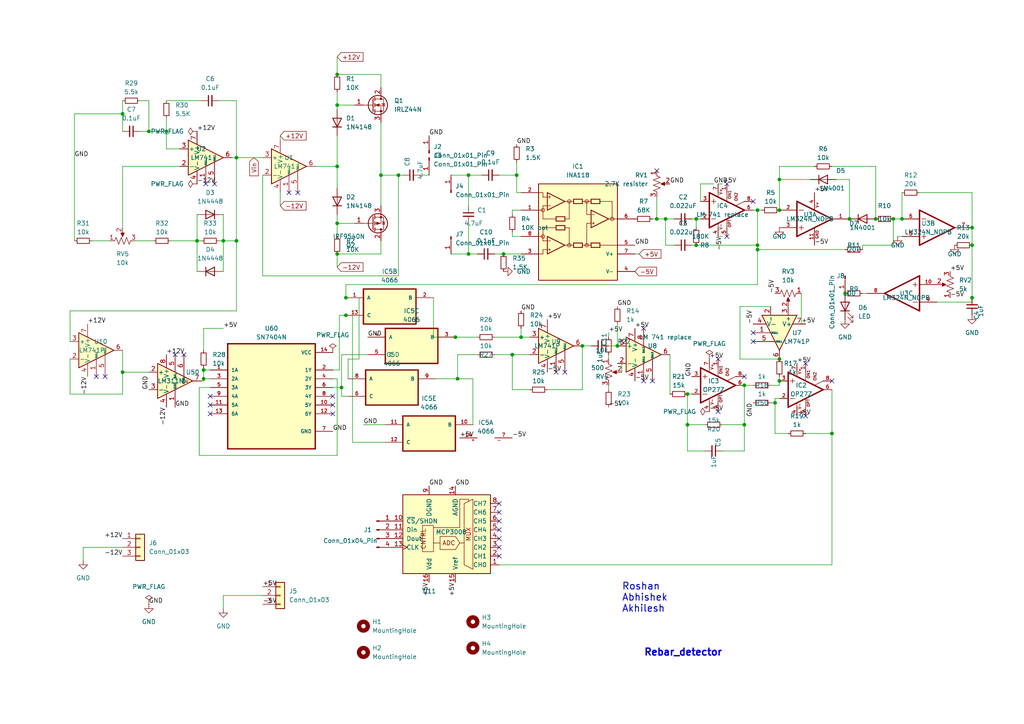
<source format=kicad_sch>
(kicad_sch (version 20230121) (generator eeschema)
  (paper "A4")
  (lib_symbols
    (symbol "4066N:4066" (pin_names (offset 1.016))
      (property "Reference" "IC" (at -0.635 0 90))
      (property "Value" "4066" (at 0 0 0))
      (symbol "4066_1_0"
        (text "+" (at -0.635 3.81 0) (effects (font (size 0.8128 0.8128))))
        (text "-" (at -0.635 -3.81 900) (effects (font (size 0.8128 0.8128))))
        (pin power_in line (at 0 7.62 270) (length 5.08) (name "~") (number "14"))
        (pin power_in line (at 0 -7.62 90) (length 5.08) (name "~") (number "7"))
      )
      (symbol "4066_2_0"
        (pin tri_state line (at -12.7 2.54 0) (length 5.08) (name "A") (number "1"))
        (pin input line (at -12.7 -2.54 0) (length 5.08) (name "C") (number "13"))
        (pin tri_state line (at 12.7 2.54 180) (length 5.08) (name "B") (number "2"))
      )
      (symbol "4066_3_0"
        (pin tri_state line (at 12.7 2.54 180) (length 5.08) (name "B") (number "3"))
        (pin tri_state line (at -12.7 2.54 0) (length 5.08) (name "A") (number "4"))
        (pin input line (at -12.7 -2.54 0) (length 5.08) (name "C") (number "5"))
      )
      (symbol "4066_4_0"
        (pin input line (at -12.7 -2.54 0) (length 5.08) (name "C") (number "6"))
        (pin tri_state line (at -12.7 2.54 0) (length 5.08) (name "A") (number "8"))
        (pin tri_state line (at 12.7 2.54 180) (length 5.08) (name "B") (number "9"))
      )
      (symbol "4066_5_0"
        (pin tri_state line (at 12.7 2.54 180) (length 5.08) (name "B") (number "10"))
        (pin tri_state line (at -12.7 2.54 0) (length 5.08) (name "A") (number "11"))
        (pin input line (at -12.7 -2.54 0) (length 5.08) (name "C") (number "12"))
      )
    )
    (symbol "Amplifier_Operational:LM318N" (pin_names (offset 0.127))
      (property "Reference" "U" (at 3.81 3.81 0))
      (property "Value" "LM318N" (at 3.81 -3.81 0))
      (symbol "LM318N_1_1"
        (pin passive line (at 0 -7.62 90) (length 5.08) (name "BAL1") (number "1"))
        (pin input line (at -7.62 -2.54 0) (length 2.54) (name "-") (number "2"))
        (pin input line (at -7.62 2.54 0) (length 2.54) (name "+") (number "3"))
        (pin power_in line (at -2.54 -7.62 90) (length 3.81) (name "V-") (number "4"))
        (pin passive line (at 2.54 -7.62 90) (length 6.35) (name "BAL3") (number "5"))
        (pin output line (at 7.62 0 180) (length 2.54) (name "~") (number "6"))
        (pin power_in line (at -2.54 7.62 270) (length 3.81) (name "V+") (number "7"))
        (pin passive line (at 0 7.62 270) (length 5.08) (name "BAL2") (number "8"))
      )
    )
    (symbol "Amplifier_Operational:LM741" (pin_names (offset 0.127))
      (property "Reference" "U" (at 0 6.35 0))
      (property "Value" "LM741" (at 0 3.81 0))
      (symbol "LM741_1_1"
        (pin input line (at 0 -7.62 90) (length 5.08) (name "NULL") (number "1"))
        (pin input line (at -7.62 -2.54 0) (length 2.54) (name "-") (number "2"))
        (pin input line (at -7.62 2.54 0) (length 2.54) (name "+") (number "3"))
        (pin power_in line (at -2.54 -7.62 90) (length 3.81) (name "V-") (number "4"))
        (pin input line (at 2.54 -7.62 90) (length 6.35) (name "NULL") (number "5"))
        (pin output line (at 7.62 0 180) (length 2.54) (name "~") (number "6"))
        (pin power_in line (at -2.54 7.62 270) (length 3.81) (name "V+") (number "7"))
        (pin no_connect line (at 0 2.54 270) (length 2.54) hide (name "NC") (number "8"))
      )
    )
    (symbol "Analog_ADC:MCP3008" (pin_names (offset 1.016))
      (property "Reference" "U" (at -5.08 13.335 0))
      (property "Value" "MCP3008" (at -5.08 11.43 0))
      (symbol "MCP3008_0_0"
        (text "ADC" (at -0.635 1.27 0) (effects (font (size 1.27 1.27))))
        (text "CNTRL" (at 5.969 -2.921 900) (effects (font (size 1.27 1.27)) (justify left bottom)))
        (text "MUX" (at -6.35 -1.27 900) (effects (font (size 1.27 1.27))))
      )
      (symbol "MCP3008_1_1"
        (pin input line (at -15.24 7.62 0) (length 2.54) (name "CH0") (number "1"))
        (pin input line (at 15.24 -5.08 180) (length 2.54) (name "~{CS}/SHDN") (number "10"))
        (pin input line (at 15.24 -2.54 180) (length 2.54) (name "Din") (number "11"))
        (pin output line (at 15.24 0 180) (length 2.54) (name "Dout") (number "12"))
        (pin input clock (at 15.24 2.54 180) (length 2.54) (name "CLK") (number "13"))
        (pin power_in line (at -2.54 -15.24 90) (length 2.54) (name "AGND") (number "14"))
        (pin power_in line (at -2.54 12.7 270) (length 2.54) (name "Vref") (number "15"))
        (pin power_in line (at 5.08 12.7 270) (length 2.54) (name "Vdd") (number "16"))
        (pin input line (at -15.24 5.08 0) (length 2.54) (name "CH1") (number "2"))
        (pin input line (at -15.24 2.54 0) (length 2.54) (name "CH2") (number "3"))
        (pin input line (at -15.24 0 0) (length 2.54) (name "CH3") (number "4"))
        (pin input line (at -15.24 -2.54 0) (length 2.54) (name "CH4") (number "5"))
        (pin input line (at -15.24 -5.08 0) (length 2.54) (name "CH5") (number "6"))
        (pin input line (at -15.24 -7.62 0) (length 2.54) (name "CH6") (number "7"))
        (pin input line (at -15.24 -10.16 0) (length 2.54) (name "CH7") (number "8"))
        (pin power_in line (at 5.08 -15.24 90) (length 2.54) (name "DGND") (number "9"))
      )
    )
    (symbol "Comparator:LM311" (pin_names (offset 0.127))
      (property "Reference" "U" (at 3.81 6.35 0))
      (property "Value" "LM311" (at 3.81 3.81 0))
      (symbol "LM311_1_1"
        (pin passive line (at 0 -7.62 90) (length 5.08) (name "GND") (number "1"))
        (pin input line (at -7.62 2.54 0) (length 2.54) (name "+") (number "2"))
        (pin input line (at -7.62 -2.54 0) (length 2.54) (name "-") (number "3"))
        (pin power_in line (at -2.54 -7.62 90) (length 3.81) (name "V-") (number "4"))
        (pin input line (at 0 7.62 270) (length 5.08) (name "BAL") (number "5"))
        (pin input line (at 2.54 7.62 270) (length 6.35) (name "STRB") (number "6"))
        (pin open_collector line (at 7.62 0 180) (length 2.54) (name "~") (number "7"))
        (pin power_in line (at -2.54 7.62 270) (length 3.81) (name "V+") (number "8"))
      )
    )
    (symbol "Connector:Conn_01x01_Pin" (pin_names (offset 1.016) hide)
      (property "Reference" "J" (at 0 2.54 0))
      (property "Value" "Conn_01x01_Pin" (at 0 -2.54 0))
      (symbol "Conn_01x01_Pin_1_1"
        (pin passive line (at 5.08 0 180) (length 3.81) (name "Pin_1") (number "1"))
      )
    )
    (symbol "Connector:Conn_01x04_Pin" (pin_names (offset 1.016) hide)
      (property "Reference" "J" (at 0 5.08 0))
      (property "Value" "Conn_01x04_Pin" (at 0 -7.62 0))
      (symbol "Conn_01x04_Pin_1_1"
        (pin passive line (at 5.08 2.54 180) (length 3.81) (name "Pin_1") (number "1"))
        (pin passive line (at 5.08 0 180) (length 3.81) (name "Pin_2") (number "2"))
        (pin passive line (at 5.08 -2.54 180) (length 3.81) (name "Pin_3") (number "3"))
        (pin passive line (at 5.08 -5.08 180) (length 3.81) (name "Pin_4") (number "4"))
      )
    )
    (symbol "Connector_Generic:Conn_01x03" (pin_names (offset 1.016) hide)
      (property "Reference" "J" (at 0 5.08 0))
      (property "Value" "Conn_01x03" (at 0 -5.08 0))
      (symbol "Conn_01x03_1_1"
        (pin passive line (at -5.08 2.54 0) (length 3.81) (name "Pin_1") (number "1"))
        (pin passive line (at -5.08 0 0) (length 3.81) (name "Pin_2") (number "2"))
        (pin passive line (at -5.08 -2.54 0) (length 3.81) (name "Pin_3") (number "3"))
      )
    )
    (symbol "Device:C_Small" (pin_numbers hide) (pin_names (offset 0.254) hide)
      (property "Reference" "C" (at 0.254 1.778 0))
      (property "Value" "C_Small" (at 0.254 -2.032 0))
      (symbol "C_Small_1_1"
        (pin passive line (at 0 2.54 270) (length 2.032) (name "~") (number "1"))
        (pin passive line (at 0 -2.54 90) (length 2.032) (name "~") (number "2"))
      )
    )
    (symbol "Device:LED" (pin_numbers hide) (pin_names (offset 1.016) hide)
      (property "Reference" "D" (at 0 2.54 0))
      (property "Value" "LED" (at 0 -2.54 0))
      (symbol "LED_1_1"
        (pin passive line (at -3.81 0 0) (length 2.54) (name "K") (number "1"))
        (pin passive line (at 3.81 0 180) (length 2.54) (name "A") (number "2"))
      )
    )
    (symbol "Device:R_Potentiometer_US" (pin_names (offset 1.016) hide)
      (property "Reference" "RV" (at -4.445 0 90))
      (property "Value" "R_Potentiometer_US" (at -2.54 0 90))
      (symbol "R_Potentiometer_US_1_1"
        (pin passive line (at 0 3.81 270) (length 1.27) (name "1") (number "1"))
        (pin passive line (at 3.81 0 180) (length 1.27) (name "2") (number "2"))
        (pin passive line (at 0 -3.81 90) (length 1.27) (name "3") (number "3"))
      )
    )
    (symbol "Device:R_Small" (pin_numbers hide) (pin_names (offset 0.254) hide)
      (property "Reference" "R" (at 0.762 0.508 0))
      (property "Value" "R_Small" (at 0.762 -1.016 0))
      (symbol "R_Small_1_1"
        (pin passive line (at 0 2.54 270) (length 0.762) (name "~") (number "1"))
        (pin passive line (at 0 -2.54 90) (length 0.762) (name "~") (number "2"))
      )
    )
    (symbol "Diode:1N4001" (pin_numbers hide) (pin_names hide)
      (property "Reference" "D" (at 0 2.54 0))
      (property "Value" "1N4001" (at 0 -2.54 0))
      (symbol "1N4001_1_1"
        (pin passive line (at -3.81 0 0) (length 2.54) (name "K") (number "1"))
        (pin passive line (at 3.81 0 180) (length 2.54) (name "A") (number "2"))
      )
    )
    (symbol "Diode:1N4148" (pin_numbers hide) (pin_names hide)
      (property "Reference" "D" (at 0 2.54 0))
      (property "Value" "1N4148" (at 0 -2.54 0))
      (symbol "1N4148_1_1"
        (pin passive line (at -3.81 0 0) (length 2.54) (name "K") (number "1"))
        (pin passive line (at 3.81 0 180) (length 2.54) (name "A") (number "2"))
      )
    )
    (symbol "Diode:1N4448" (pin_numbers hide) (pin_names hide)
      (property "Reference" "D" (at 0 2.54 0))
      (property "Value" "1N4448" (at 0 -2.54 0))
      (symbol "1N4448_1_1"
        (pin passive line (at -3.81 0 0) (length 2.54) (name "K") (number "1"))
        (pin passive line (at 3.81 0 180) (length 2.54) (name "A") (number "2"))
      )
    )
    (symbol "INA118:INA118" (pin_names (offset 1.016))
      (property "Reference" "IC" (at -12.7254 15.9004 0))
      (property "Value" "INA118" (at -12.7254 -15.2654 0))
      (symbol "INA118_0_0"
        (pin passive line (at -17.78 7.62 0) (length 5.08) (name "~") (number "1"))
        (pin input line (at -17.78 12.7 0) (length 5.08) (name "~") (number "2"))
        (pin input line (at -17.78 -5.08 0) (length 5.08) (name "~") (number "3"))
        (pin power_in line (at 15.24 -10.16 180) (length 5.08) (name "V-") (number "4"))
        (pin passive line (at 15.24 -2.54 180) (length 5.08) (name "~") (number "5"))
        (pin output line (at 15.24 5.08 180) (length 5.08) (name "~") (number "6"))
        (pin power_in line (at 15.24 -5.08 180) (length 5.08) (name "V+") (number "7"))
        (pin passive line (at -17.78 0 0) (length 5.08) (name "~") (number "8"))
      )
    )
    (symbol "LM324N_NOPB:LM324N_NOPB" (pin_names (offset 1.016))
      (property "Reference" "U" (at 2.54 3.175 0))
      (property "Value" "LM324N_NOPB" (at 2.54 -3.175 0))
      (symbol "LM324N_NOPB_1_0"
        (text "GND" (at 1.27 -3.175 900) (effects (font (size 0.8128 0.8128)) (justify right bottom)))
        (text "V+" (at 1.27 3.175 900) (effects (font (size 0.8128 0.8128)) (justify left bottom)))
        (pin output line (at 10.16 0 180) (length 5.08) (name "~") (number "1"))
        (pin power_in line (at 0 -7.62 90) (length 5.08) (name "~") (number "11"))
        (pin input line (at -10.16 2.54 0) (length 5.08) (name "~") (number "2"))
        (pin input line (at -10.16 -2.54 0) (length 5.08) (name "~") (number "3"))
        (pin power_in line (at 0 7.62 270) (length 5.08) (name "~") (number "4"))
      )
      (symbol "LM324N_NOPB_2_0"
        (pin input line (at -10.16 -2.54 0) (length 5.08) (name "~") (number "5"))
        (pin input line (at -10.16 2.54 0) (length 5.08) (name "~") (number "6"))
        (pin output line (at 10.16 0 180) (length 5.08) (name "~") (number "7"))
      )
      (symbol "LM324N_NOPB_3_0"
        (pin input line (at -10.16 -2.54 0) (length 5.08) (name "~") (number "10"))
        (pin output line (at 10.16 0 180) (length 5.08) (name "~") (number "8"))
        (pin input line (at -10.16 2.54 0) (length 5.08) (name "~") (number "9"))
      )
      (symbol "LM324N_NOPB_4_0"
        (pin input line (at -10.16 -2.54 0) (length 5.08) (name "~") (number "12"))
        (pin input line (at -10.16 2.54 0) (length 5.08) (name "~") (number "13"))
        (pin output line (at 10.16 0 180) (length 5.08) (name "~") (number "14"))
      )
    )
    (symbol "Mechanical:MountingHole" (pin_names (offset 1.016))
      (property "Reference" "H" (at 0 5.08 0))
      (property "Value" "MountingHole" (at 0 3.175 0))
    )
    (symbol "OP27:OP27" (pin_names (offset 1.016))
      (property "Reference" "IC" (at 2.54 5.715 0))
      (property "Value" "OP27" (at 2.54 -5.08 0))
      (symbol "OP27_0_0"
        (text "ON1" (at 1.27 3.175 900) (effects (font (size 0.8128 0.8128)) (justify left bottom)))
        (text "ON2" (at 3.175 2.54 900) (effects (font (size 0.8128 0.8128)) (justify left bottom)))
        (text "OPT" (at 1.27 -5.08 900) (effects (font (size 0.8128 0.8128)) (justify left bottom)))
        (text "V+" (at -1.27 4.445 900) (effects (font (size 0.8128 0.8128)) (justify left bottom)))
        (text "V-" (at -1.27 -5.715 900) (effects (font (size 0.8128 0.8128)) (justify left bottom)))
        (pin passive line (at 0 7.62 270) (length 2.54) (name "~") (number "1"))
        (pin input line (at -7.62 -2.54 0) (length 2.54) (name "~") (number "2"))
        (pin input line (at -7.62 2.54 0) (length 2.54) (name "~") (number "3"))
        (pin power_in line (at -2.54 -7.62 90) (length 2.54) (name "~") (number "4"))
        (pin passive line (at 0 -7.62 90) (length 2.54) (name "~") (number "5"))
        (pin output line (at 7.62 0 180) (length 2.54) (name "~") (number "6"))
        (pin power_in line (at -2.54 7.62 270) (length 2.54) (name "~") (number "7"))
        (pin passive line (at 7.62 2.54 180) (length 2.54) (name "~") (number "8"))
      )
    )
    (symbol "SN7404N:SN7404N" (pin_names (offset 1.016))
      (property "Reference" "U" (at -12.7 16.24 0))
      (property "Value" "SN7404N" (at -12.7 -19.24 0))
      (symbol "SN7404N_0_0"
        (pin input line (at -17.78 7.62 0) (length 5.08) (name "1A") (number "1"))
        (pin output line (at 17.78 -2.54 180) (length 5.08) (name "5Y") (number "10"))
        (pin input line (at -17.78 -2.54 0) (length 5.08) (name "5A") (number "11"))
        (pin output line (at 17.78 -5.08 180) (length 5.08) (name "6Y") (number "12"))
        (pin input line (at -17.78 -5.08 0) (length 5.08) (name "6A") (number "13"))
        (pin power_in line (at 17.78 12.7 180) (length 5.08) (name "VCC") (number "14"))
        (pin output line (at 17.78 7.62 180) (length 5.08) (name "1Y") (number "2"))
        (pin input line (at -17.78 5.08 0) (length 5.08) (name "2A") (number "3"))
        (pin output line (at 17.78 5.08 180) (length 5.08) (name "2Y") (number "4"))
        (pin input line (at -17.78 2.54 0) (length 5.08) (name "3A") (number "5"))
        (pin output line (at 17.78 2.54 180) (length 5.08) (name "3Y") (number "6"))
        (pin power_in line (at 17.78 -10.16 180) (length 5.08) (name "GND") (number "7"))
        (pin output line (at 17.78 0 180) (length 5.08) (name "4Y") (number "8"))
        (pin input line (at -17.78 0 0) (length 5.08) (name "4A") (number "9"))
      )
    )
    (symbol "Transistor_FET:IRF9540N" (pin_names hide)
      (property "Reference" "Q" (at 5.08 1.905 0))
      (property "Value" "IRF9540N" (at 5.08 0 0))
      (symbol "IRF9540N_1_1"
        (pin input line (at -5.08 0 0) (length 2.54) (name "G") (number "1"))
        (pin passive line (at 2.54 5.08 270) (length 2.54) (name "D") (number "2"))
        (pin passive line (at 2.54 -5.08 90) (length 2.54) (name "S") (number "3"))
      )
    )
    (symbol "Transistor_FET:IRLZ44N" (pin_names hide)
      (property "Reference" "Q" (at 5.08 1.905 0))
      (property "Value" "IRLZ44N" (at 5.08 0 0))
      (symbol "IRLZ44N_1_1"
        (pin input line (at -5.08 0 0) (length 2.54) (name "G") (number "1"))
        (pin passive line (at 2.54 5.08 270) (length 2.54) (name "D") (number "2"))
        (pin passive line (at 2.54 -5.08 90) (length 2.54) (name "S") (number "3"))
      )
    )
    (symbol "power:GND" (power) (pin_names (offset 0))
      (property "Value" "GND" (at 0 -3.81 0))
      (symbol "GND_1_1"
        (pin power_in line (at 0 0 270) (length 0) hide (name "GND") (number "1"))
      )
    )
    (symbol "power:PWR_FLAG" (power) (pin_numbers hide) (pin_names (offset 0) hide)
      (property "Value" "PWR_FLAG" (at 0 3.81 0))
      (symbol "PWR_FLAG_0_0"
        (pin power_out line (at 0 0 90) (length 0) (name "pwr") (number "1"))
      )
    )
  )
  (junction (at 226.06 52.07))
  (junction (at 226.06 110.49))
  (junction (at 97.79 21.59))
  (junction (at 57.15 69.85))
  (junction (at 149.86 50.8))
  (junction (at 48.26 38.1))
  (junction (at 261.62 63.5))
  (junction (at 110.49 50.8))
  (junction (at 226.06 60.96))
  (junction (at 219.71 71.12))
  (junction (at 168.91 100.33))
  (junction (at 35.56 33.02))
  (junction (at 201.93 71.12))
  (junction (at 97.79 64.77))
  (junction (at 146.05 73.66))
  (junction (at 148.59 102.87))
  (junction (at 59.055 107.315))
  (junction (at 115.57 50.8))
  (junction (at 281.94 66.04))
  (junction (at 132.715 109.855))
  (junction (at 241.3 125.73))
  (junction (at 59.055 109.855))
  (junction (at 199.39 114.3))
  (junction (at 281.94 71.12))
  (junction (at 97.79 30.48))
  (junction (at 151.13 97.79))
  (junction (at 100.33 86.36))
  (junction (at 132.08 97.79))
  (junction (at 43.18 38.1))
  (junction (at 281.94 86.36))
  (junction (at 246.38 63.5))
  (junction (at 254 63.5))
  (junction (at 190.5 63.5))
  (junction (at 226.06 104.14))
  (junction (at 259.08 63.5))
  (junction (at 97.79 73.66))
  (junction (at 64.77 69.85))
  (junction (at 99.06 112.395))
  (junction (at 199.39 123.19))
  (junction (at 135.89 50.8))
  (junction (at 245.11 85.09))
  (junction (at 215.9 123.19))
  (junction (at 97.79 48.26))
  (junction (at 219.71 72.39))
  (junction (at 100.33 91.44))
  (junction (at 224.79 116.84))
  (junction (at 201.93 63.5))
  (junction (at 215.9 111.76))
  (junction (at 68.58 69.85))
  (junction (at 68.58 45.72))
  (junction (at 219.71 60.96))
  (junction (at 179.07 100.33))
  (junction (at 35.56 107.95))
  (junction (at 193.04 63.5))
  (junction (at 135.89 73.66))
  (no_connect (at 218.44 58.42))
  (no_connect (at 86.36 55.88))
  (no_connect (at 60.96 114.935))
  (no_connect (at 215.9 109.22))
  (no_connect (at 144.78 148.59))
  (no_connect (at 30.48 109.22))
  (no_connect (at 144.78 146.05))
  (no_connect (at 144.78 151.13))
  (no_connect (at 233.68 105.41))
  (no_connect (at 144.78 161.29))
  (no_connect (at 189.23 110.49))
  (no_connect (at 218.44 96.52))
  (no_connect (at 27.94 109.22))
  (no_connect (at 96.52 120.015))
  (no_connect (at 186.69 110.49))
  (no_connect (at 210.82 53.34))
  (no_connect (at 96.52 117.475))
  (no_connect (at 190.5 49.53))
  (no_connect (at 59.69 53.34))
  (no_connect (at 208.28 104.14))
  (no_connect (at 144.78 156.21))
  (no_connect (at 241.3 110.49))
  (no_connect (at 186.69 95.25))
  (no_connect (at 144.78 158.75))
  (no_connect (at 83.82 55.88))
  (no_connect (at 60.96 120.015))
  (no_connect (at 96.52 114.935))
  (no_connect (at 210.82 68.58))
  (no_connect (at 208.28 119.38))
  (no_connect (at 60.96 117.475))
  (no_connect (at 233.68 120.65))
  (no_connect (at 144.78 153.67))
  (no_connect (at 163.83 107.95))
  (no_connect (at 161.29 107.95))
  (no_connect (at 53.34 102.87))
  (no_connect (at 50.8 102.87))
  (no_connect (at 218.44 99.06))
  (no_connect (at 62.23 53.34))
  (wire (pts (xy 59.055 107.315) (xy 59.055 109.855)))
  (wire (pts (xy 115.57 50.8) (xy 116.84 50.8)))
  (wire (pts (xy 149.86 46.99) (xy 149.86 50.8)))
  (wire (pts (xy 68.58 45.72) (xy 76.2 45.72)))
  (wire (pts (xy 149.86 50.8) (xy 149.86 55.88)))
  (wire (pts (xy 68.58 69.85) (xy 64.77 69.85)))
  (wire (pts (xy 63.5 69.85) (xy 64.77 69.85)))
  (wire (pts (xy 76.2 80.01) (xy 115.57 80.01)))
  (wire (pts (xy 59.055 101.6) (xy 59.055 95.25)))
  (wire (pts (xy 219.71 71.12) (xy 219.71 60.96)))
  (wire (pts (xy 91.44 48.26) (xy 97.79 48.26)))
  (wire (pts (xy 281.94 87.63) (xy 281.94 86.36)))
  (wire (pts (xy 130.81 50.8) (xy 135.89 50.8)))
  (wire (pts (xy 43.18 29.21) (xy 43.18 38.1)))
  (wire (pts (xy 193.04 63.5) (xy 195.58 63.5)))
  (wire (pts (xy 250.19 71.12) (xy 259.08 71.12)))
  (wire (pts (xy 132.715 102.87) (xy 132.715 109.855)))
  (wire (pts (xy 40.64 38.1) (xy 43.18 38.1)))
  (wire (pts (xy 59.055 109.855) (xy 60.96 109.855)))
  (wire (pts (xy 111.76 128.27) (xy 102.235 128.27)))
  (wire (pts (xy 153.67 113.03) (xy 148.59 113.03)))
  (wire (pts (xy 148.59 102.87) (xy 153.67 102.87)))
  (wire (pts (xy 35.56 101.6) (xy 35.56 107.95)))
  (wire (pts (xy 259.08 71.12) (xy 259.08 63.5)))
  (wire (pts (xy 190.5 63.5) (xy 193.04 63.5)))
  (wire (pts (xy 151.13 60.96) (xy 148.59 60.96)))
  (wire (pts (xy 110.49 50.8) (xy 115.57 50.8)))
  (wire (pts (xy 20.32 114.3) (xy 35.56 114.3)))
  (wire (pts (xy 48.26 43.18) (xy 48.26 38.1)))
  (wire (pts (xy 199.39 123.19) (xy 199.39 114.3)))
  (wire (pts (xy 184.15 73.66) (xy 185.42 73.66)))
  (wire (pts (xy 199.39 130.81) (xy 199.39 123.19)))
  (wire (pts (xy 208.28 53.34) (xy 209.55 53.34)))
  (wire (pts (xy 226.06 109.22) (xy 226.06 110.49)))
  (wire (pts (xy 226.06 48.26) (xy 236.22 48.26)))
  (wire (pts (xy 97.79 62.23) (xy 97.79 64.77)))
  (wire (pts (xy 215.9 123.19) (xy 215.9 111.76)))
  (wire (pts (xy 204.47 130.81) (xy 199.39 130.81)))
  (wire (pts (xy 224.79 125.73) (xy 224.79 116.84)))
  (wire (pts (xy 64.77 172.72) (xy 64.77 176.53)))
  (wire (pts (xy 214.63 88.9) (xy 214.63 104.14)))
  (wire (pts (xy 100.965 109.855) (xy 100.965 104.14)))
  (wire (pts (xy 97.79 39.37) (xy 97.79 48.26)))
  (wire (pts (xy 241.3 48.26) (xy 254 48.26)))
  (wire (pts (xy 68.58 29.21) (xy 68.58 45.72)))
  (wire (pts (xy 99.06 102.87) (xy 106.68 102.87)))
  (wire (pts (xy 132.08 97.79) (xy 138.43 97.79)))
  (wire (pts (xy 99.06 102.87) (xy 99.06 112.395)))
  (wire (pts (xy 59.055 95.25) (xy 64.77 95.25)))
  (wire (pts (xy 226.06 111.76) (xy 223.52 111.76)))
  (wire (pts (xy 190.5 57.15) (xy 190.5 63.5)))
  (wire (pts (xy 98.425 107.315) (xy 98.425 91.44)))
  (wire (pts (xy 35.56 158.75) (xy 24.13 158.75)))
  (wire (pts (xy 228.6 125.73) (xy 224.79 125.73)))
  (wire (pts (xy 137.16 109.855) (xy 132.715 109.855)))
  (wire (pts (xy 135.89 50.8) (xy 139.7 50.8)))
  (wire (pts (xy 35.56 107.95) (xy 43.18 107.95)))
  (wire (pts (xy 110.49 73.66) (xy 110.49 69.85)))
  (wire (pts (xy 105.41 123.19) (xy 111.76 123.19)))
  (wire (pts (xy 20.32 99.06) (xy 20.32 90.17)))
  (wire (pts (xy 261.62 68.58) (xy 260.35 68.58)))
  (wire (pts (xy 68.58 90.17) (xy 68.58 69.85)))
  (wire (pts (xy 43.18 38.1) (xy 48.26 38.1)))
  (wire (pts (xy 224.79 116.84) (xy 224.79 115.57)))
  (wire (pts (xy 57.15 69.85) (xy 57.15 78.74)))
  (wire (pts (xy 242.57 52.07) (xy 246.38 52.07)))
  (wire (pts (xy 96.52 112.395) (xy 99.06 112.395)))
  (wire (pts (xy 57.785 112.395) (xy 57.785 132.08)))
  (wire (pts (xy 39.37 69.85) (xy 44.45 69.85)))
  (wire (pts (xy 241.3 163.83) (xy 241.3 125.73)))
  (wire (pts (xy 35.56 33.02) (xy 21.59 33.02)))
  (wire (pts (xy 125.73 86.36) (xy 125.73 97.79)))
  (wire (pts (xy 218.44 60.96) (xy 219.71 60.96)))
  (wire (pts (xy 203.2 53.34) (xy 203.2 58.42)))
  (wire (pts (xy 81.28 39.37) (xy 81.28 40.64)))
  (wire (pts (xy 49.53 69.85) (xy 57.15 69.85)))
  (wire (pts (xy 195.58 71.12) (xy 193.04 71.12)))
  (wire (pts (xy 151.13 95.25) (xy 151.13 97.79)))
  (wire (pts (xy 180.34 107.95) (xy 180.34 105.41)))
  (wire (pts (xy 203.2 53.34) (xy 207.01 53.34)))
  (wire (pts (xy 271.78 87.63) (xy 281.94 87.63)))
  (wire (pts (xy 219.71 71.12) (xy 219.71 72.39)))
  (wire (pts (xy 135.89 50.8) (xy 135.89 59.69)))
  (wire (pts (xy 281.94 71.12) (xy 281.94 86.36)))
  (wire (pts (xy 125.73 97.79) (xy 132.08 97.79)))
  (wire (pts (xy 266.7 55.88) (xy 281.94 55.88)))
  (wire (pts (xy 219.71 72.39) (xy 219.71 82.55)))
  (wire (pts (xy 110.49 21.59) (xy 110.49 25.4)))
  (wire (pts (xy 232.41 93.98) (xy 233.68 93.98)))
  (wire (pts (xy 76.2 50.8) (xy 76.2 80.01)))
  (wire (pts (xy 226.06 52.07) (xy 226.06 60.96)))
  (wire (pts (xy 98.425 91.44) (xy 100.33 91.44)))
  (wire (pts (xy 100.965 114.935) (xy 99.06 114.935)))
  (wire (pts (xy 218.44 111.76) (xy 215.9 111.76)))
  (wire (pts (xy 259.08 63.5) (xy 261.62 63.5)))
  (wire (pts (xy 193.04 71.12) (xy 193.04 63.5)))
  (wire (pts (xy 97.79 109.855) (xy 97.79 132.08)))
  (wire (pts (xy 143.51 97.79) (xy 151.13 97.79)))
  (wire (pts (xy 144.78 163.83) (xy 241.3 163.83)))
  (wire (pts (xy 68.58 45.72) (xy 68.58 69.85)))
  (wire (pts (xy 63.5 29.21) (xy 68.58 29.21)))
  (wire (pts (xy 99.06 112.395) (xy 99.06 114.935)))
  (wire (pts (xy 20.32 90.17) (xy 68.58 90.17)))
  (wire (pts (xy 97.79 21.59) (xy 110.49 21.59)))
  (wire (pts (xy 96.52 107.315) (xy 98.425 107.315)))
  (wire (pts (xy 214.63 104.14) (xy 226.06 104.14)))
  (wire (pts (xy 199.39 114.3) (xy 200.66 114.3)))
  (wire (pts (xy 146.05 73.66) (xy 151.13 73.66)))
  (wire (pts (xy 201.93 63.5) (xy 201.93 66.04)))
  (wire (pts (xy 52.07 48.26) (xy 35.56 48.26)))
  (wire (pts (xy 57.15 69.85) (xy 58.42 69.85)))
  (wire (pts (xy 67.31 45.72) (xy 68.58 45.72)))
  (wire (pts (xy 35.56 114.3) (xy 35.56 107.95)))
  (wire (pts (xy 97.79 16.51) (xy 97.79 21.59)))
  (wire (pts (xy 59.055 109.855) (xy 59.055 110.49)))
  (wire (pts (xy 59.055 107.315) (xy 60.96 107.315)))
  (wire (pts (xy 97.79 48.26) (xy 97.79 54.61)))
  (wire (pts (xy 126.365 109.855) (xy 132.715 109.855)))
  (wire (pts (xy 241.3 125.73) (xy 241.3 113.03)))
  (wire (pts (xy 100.965 104.14) (xy 104.14 104.14)))
  (wire (pts (xy 168.91 113.03) (xy 168.91 100.33)))
  (wire (pts (xy 48.26 43.18) (xy 52.07 43.18)))
  (wire (pts (xy 20.32 104.14) (xy 20.32 114.3)))
  (wire (pts (xy 21.59 33.02) (xy 21.59 69.85)))
  (wire (pts (xy 250.19 71.12) (xy 250.19 72.39)))
  (wire (pts (xy 135.89 73.66) (xy 138.43 73.66)))
  (wire (pts (xy 97.79 64.77) (xy 102.87 64.77)))
  (wire (pts (xy 76.2 172.72) (xy 64.77 172.72)))
  (wire (pts (xy 223.52 88.9) (xy 214.63 88.9)))
  (wire (pts (xy 200.66 63.5) (xy 201.93 63.5)))
  (wire (pts (xy 40.64 29.21) (xy 43.18 29.21)))
  (wire (pts (xy 250.19 85.09) (xy 251.46 85.09)))
  (wire (pts (xy 97.79 26.67) (xy 97.79 30.48)))
  (wire (pts (xy 281.94 66.04) (xy 281.94 71.12)))
  (wire (pts (xy 148.59 67.31) (xy 148.59 68.58)))
  (wire (pts (xy 148.59 113.03) (xy 148.59 102.87)))
  (wire (pts (xy 35.56 48.26) (xy 35.56 66.04)))
  (wire (pts (xy 104.14 86.36) (xy 100.33 86.36)))
  (wire (pts (xy 97.79 109.855) (xy 96.52 109.855)))
  (wire (pts (xy 97.79 30.48) (xy 102.87 30.48)))
  (wire (pts (xy 100.33 82.55) (xy 100.33 86.36)))
  (wire (pts (xy 176.53 97.79) (xy 176.53 96.52)))
  (wire (pts (xy 209.55 130.81) (xy 215.9 130.81)))
  (wire (pts (xy 246.38 52.07) (xy 246.38 63.5)))
  (wire (pts (xy 104.14 104.14) (xy 104.14 86.36)))
  (wire (pts (xy 110.49 50.8) (xy 110.49 59.69)))
  (wire (pts (xy 219.71 82.55) (xy 100.33 82.55)))
  (wire (pts (xy 137.16 109.855) (xy 137.16 123.19)))
  (wire (pts (xy 138.43 102.87) (xy 132.715 102.87)))
  (wire (pts (xy 234.95 52.07) (xy 226.06 52.07)))
  (wire (pts (xy 233.68 125.73) (xy 241.3 125.73)))
  (wire (pts (xy 26.67 69.85) (xy 31.75 69.85)))
  (wire (pts (xy 58.42 110.49) (xy 59.055 110.49)))
  (wire (pts (xy 135.89 64.77) (xy 135.89 73.66)))
  (wire (pts (xy 102.235 128.27) (xy 102.235 91.44)))
  (wire (pts (xy 224.79 115.57) (xy 226.06 115.57)))
  (wire (pts (xy 64.77 62.23) (xy 64.77 69.85)))
  (wire (pts (xy 35.56 33.02) (xy 35.56 38.1)))
  (wire (pts (xy 148.59 68.58) (xy 151.13 68.58)))
  (wire (pts (xy 261.62 55.88) (xy 261.62 63.5)))
  (wire (pts (xy 97.79 64.77) (xy 97.79 68.58)))
  (wire (pts (xy 176.53 100.33) (xy 179.07 100.33)))
  (wire (pts (xy 245.11 72.39) (xy 219.71 72.39)))
  (wire (pts (xy 180.34 105.41) (xy 179.07 105.41)))
  (wire (pts (xy 232.41 85.09) (xy 232.41 93.98)))
  (wire (pts (xy 226.06 111.76) (xy 226.06 110.49)))
  (wire (pts (xy 100.33 91.44) (xy 102.235 91.44)))
  (wire (pts (xy 189.23 63.5) (xy 190.5 63.5)))
  (wire (pts (xy 97.79 132.08) (xy 57.785 132.08)))
  (wire (pts (xy 194.31 102.87) (xy 194.31 114.3)))
  (wire (pts (xy 176.53 111.76) (xy 176.53 113.03)))
  (wire (pts (xy 179.07 93.98) (xy 179.07 100.33)))
  (wire (pts (xy 144.78 50.8) (xy 149.86 50.8)))
  (wire (pts (xy 143.51 102.87) (xy 148.59 102.87)))
  (wire (pts (xy 143.51 73.66) (xy 146.05 73.66)))
  (wire (pts (xy 151.13 97.79) (xy 153.67 97.79)))
  (wire (pts (xy 59.055 106.68) (xy 59.055 107.315)))
  (wire (pts (xy 208.28 68.58) (xy 209.55 68.58)))
  (wire (pts (xy 200.66 71.12) (xy 201.93 71.12)))
  (wire (pts (xy 168.91 100.33) (xy 171.45 100.33)))
  (wire (pts (xy 158.75 113.03) (xy 168.91 113.03)))
  (wire (pts (xy 35.56 29.21) (xy 35.56 33.02)))
  (wire (pts (xy 130.81 73.66) (xy 135.89 73.66)))
  (wire (pts (xy 48.26 34.29) (xy 48.26 38.1)))
  (wire (pts (xy 201.93 71.12) (xy 219.71 71.12)))
  (wire (pts (xy 226.06 52.07) (xy 226.06 48.26)))
  (wire (pts (xy 148.59 60.96) (xy 148.59 62.23)))
  (wire (pts (xy 176.53 102.87) (xy 176.53 104.14)))
  (wire (pts (xy 97.79 30.48) (xy 97.79 31.75)))
  (wire (pts (xy 64.77 69.85) (xy 64.77 78.74)))
  (wire (pts (xy 97.79 73.66) (xy 97.79 77.47)))
  (wire (pts (xy 24.13 158.75) (xy 24.13 162.56)))
  (wire (pts (xy 215.9 130.81) (xy 215.9 123.19)))
  (wire (pts (xy 201.93 63.5) (xy 203.2 63.5)))
  (wire (pts (xy 223.52 116.84) (xy 224.79 116.84)))
  (wire (pts (xy 281.94 55.88) (xy 281.94 66.04)))
  (wire (pts (xy 121.92 50.8) (xy 124.46 50.8)))
  (wire (pts (xy 149.86 55.88) (xy 151.13 55.88)))
  (wire (pts (xy 110.49 35.56) (xy 110.49 50.8)))
  (wire (pts (xy 81.28 55.88) (xy 81.28 59.69)))
  (wire (pts (xy 219.71 60.96) (xy 220.98 60.96)))
  (wire (pts (xy 209.55 123.19) (xy 215.9 123.19)))
  (wire (pts (xy 115.57 80.01) (xy 115.57 50.8)))
  (wire (pts (xy 204.47 123.19) (xy 199.39 123.19)))
  (wire (pts (xy 97.79 73.66) (xy 110.49 73.66)))
  (wire (pts (xy 57.15 62.23) (xy 57.15 69.85)))
  (wire (pts (xy 254 48.26) (xy 254 63.5)))
  (wire (pts (xy 57.785 112.395) (xy 60.96 112.395)))
  (wire (pts (xy 48.26 29.21) (xy 58.42 29.21)))
  (text "Rebar_detector" (at 186.69 190.5 0) (effects (font (size 2 2) bold) (justify left bottom)))
  (text "Roshan\nAbhishek\nAkhilesh" (at 180.34 177.8 0) (effects (font (size 2 2) (thickness 0.254) bold) (justify left bottom)))
  (label "-12V" (at 35.56 161.29 180))
  (label "-5V" (at 236.22 71.12 0))
  (label "GND" (at 207.01 53.34 0))
  (label "GND" (at 149.86 41.91 0))
  (label "+5V" (at 158.75 92.71 0))
  (label "-5V" (at 224.79 85.09 90))
  (label "+5V" (at 236.22 55.88 0))
  (label "-5V" (at 158.75 107.95 0))
  (label "GND" (at 200.66 109.22 90))
  (label "GND" (at 50.8 118.11 0))
  (label "+12V" (at 48.26 102.87 0))
  (label "+5V" (at 64.77 95.25 0))
  (label "-5V" (at 176.53 118.11 0))
  (label "-5V" (at 205.74 119.38 0))
  (label "GND" (at 43.18 175.26 0))
  (label "GND" (at 43.18 113.03 90))
  (label "-5V" (at 209.55 68.58 270))
  (label "GND" (at 124.46 39.37 0))
  (label "+12V" (at 57.15 38.1 0))
  (label "GND" (at 184.15 71.12 0))
  (label "-5V" (at 275.59 86.36 0))
  (label "-12V" (at 57.15 53.34 0))
  (label "GND" (at 106.68 97.79 0))
  (label "GND" (at 96.52 125.095 0))
  (label "-5V" (at 148.59 127 0))
  (label "GND" (at 179.07 88.9 0))
  (label "+5V" (at 231.14 105.41 0))
  (label "+12V" (at 35.56 156.21 180))
  (label "-5V" (at 184.15 110.49 0))
  (label "+5V" (at 205.74 104.14 0))
  (label "+5V" (at 132.08 168.91 270))
  (label "+5V" (at 133.35 127 0))
  (label "-12V" (at 48.26 118.11 270))
  (label "-5V" (at 76.2 175.26 0))
  (label "-12V" (at 25.4 109.22 270))
  (label "+5V" (at 209.55 53.34 0))
  (label "GND" (at 151.13 90.17 0))
  (label "+5V" (at 184.15 95.25 0))
  (label "GND" (at 194.31 53.34 0))
  (label "+5V" (at 275.59 78.74 0))
  (label "+5V" (at 232.41 93.98 0))
  (label "+5V" (at 124.46 168.91 270))
  (label "GND" (at 124.46 140.97 0))
  (label "+5V" (at 76.2 170.18 0))
  (label "GND" (at 105.41 123.19 0))
  (label "-5V" (at 218.44 93.98 90))
  (label "+12V" (at 25.4 93.98 0))
  (label "GND" (at 218.44 116.84 270))
  (label "GND" (at 132.08 140.97 0))
  (label "-5V" (at 231.14 120.65 0))
  (label "GND" (at 21.59 45.72 0))
  (label "+5V" (at 176.53 96.52 0))
  (global_label "+12V" (shape input) (at 81.28 39.37 0) (property "Intersheetrefs" "${INTERSHEET_REFS}" (effects hide)))
  (global_label "-12V" (shape input) (at 97.79 77.47 0) (property "Intersheetrefs" "${INTERSHEET_REFS}" (effects hide)))
  (global_label "+12V" (shape input) (at 97.79 16.51 0) (property "Intersheetrefs" "${INTERSHEET_REFS}" (effects hide)))
  (global_label "+5V" (shape input) (at 185.42 73.66 0) (property "Intersheetrefs" "${INTERSHEET_REFS}" (effects hide)))
  (global_label "-5V" (shape input) (at 184.15 78.74 0) (property "Intersheetrefs" "${INTERSHEET_REFS}" (effects hide)))
  (global_label "-12V" (shape input) (at 81.28 59.69 0) (property "Intersheetrefs" "${INTERSHEET_REFS}" (effects hide)))
  (global_label "Vin" (shape input) (at 73.66 45.72 270) (property "Intersheetrefs" "${INTERSHEET_REFS}" (effects hide)))
  (symbol (lib_id "Device:C_Small") (at 198.12 71.12 90) (unit 1)
    (property "Reference" "C3" (at 198.1263 64.77 90))
    (property "Value" "0.022uF" (at 198.1263 67.31 90))
    (property "Footprint" "Capacitor_THT:C_Disc_D5.0mm_W2.5mm_P2.50mm" (effects hide))
  )
  (symbol (lib_id "Analog_ADC:MCP3008") (at 129.54 156.21 180) (unit 1)
    (property "Reference" "U11" (at 122.555 171.45 0) (effects (justify right)))
    (property "Value" "MCP3008" (at 126.365 154.305 0) (effects (justify right)))
    (property "Footprint" "Package_DIP:DIP-16_W7.62mm" (effects hide))
    (property "Datasheet" "http://ww1.microchip.com/downloads/en/DeviceDoc/21295d.pdf" (effects hide))
  )
  (symbol (lib_id "Device:R_Potentiometer_US") (at 275.59 82.55 180) (unit 1)
    (property "Reference" "RV2" (at 278.13 81.28 0) (effects (justify right)))
    (property "Value" "5k" (at 278.13 83.82 0) (effects (justify right)))
    (property "Footprint" "Potentiometer_THT:Potentiometer_Bourns_3386F_Vertical" (effects hide))
  )
  (symbol (lib_id "Device:R_Small") (at 148.59 64.77 0) (unit 1)
    (property "Reference" "R4" (at 151.13 63.5 0) (effects (justify left)))
    (property "Value" "10K pot" (at 151.13 66.04 0) (effects (justify left)))
    (property "Footprint" "Resistor_THT:R_Axial_DIN0204_L3.6mm_D1.6mm_P7.62mm_Horizontal" (effects hide))
  )
  (symbol (lib_id "Device:R_Small") (at 207.01 123.19 270) (unit 1)
    (property "Reference" "R20" (at 207.01 124.46 90))
    (property "Value" "15k" (at 207.01 121.92 90))
    (property "Footprint" "Resistor_THT:R_Axial_DIN0204_L3.6mm_D1.6mm_P7.62mm_Horizontal" (effects hide))
  )
  (symbol (lib_id "Device:R_Small") (at 60.96 69.85 90) (unit 1)
    (property "Reference" "R33" (at 60.96 64.77 90))
    (property "Value" "10k" (at 60.96 67.31 90))
    (property "Footprint" "Resistor_THT:R_Axial_DIN0204_L3.6mm_D1.6mm_P7.62mm_Horizontal" (effects hide))
  )
  (symbol (lib_id "Device:R_Potentiometer_US") (at 35.56 69.85 90) (unit 1)
    (property "Reference" "RV5" (at 35.56 73.66 90))
    (property "Value" "10k" (at 35.56 76.2 90))
    (property "Footprint" "Potentiometer_THT:Potentiometer_ACP_CA14-H5_Horizontal" (effects hide))
  )
  (symbol (lib_id "power:GND") (at 64.77 176.53 0) (unit 1)
    (property "Reference" "#PWR02" (effects hide))
    (property "Value" "GND" (at 64.77 181.61 0))
  )
  (symbol (lib_id "4066N:4066") (at 113.03 88.9 0) (unit 2)
    (property "Reference" "IC5" (at 113.03 78.74 0))
    (property "Value" "4066" (at 113.03 81.28 0))
    (property "Footprint" "Package_DIP:DIP-14_W7.62mm_Socket_LongPads" (effects hide))
    (property "MF" "Heyco" (effects hide))
    (property "Description" "\nCable Mounting & Accessories LTF 29 BLACKw/3177\n" (effects hide))
    (property "Package" "None" (effects hide))
    (property "Price" "None" (effects hide))
    (property "SnapEDA_Link" "https://www.snapeda.com/parts/4066/Heyco/view-part/?ref=snap" (effects hide))
    (property "MP" "4066" (effects hide))
    (property "Availability" "In Stock" (effects hide))
    (property "Check_prices" "https://www.snapeda.com/parts/4066/Heyco/view-part/?ref=eda" (effects hide))
  )
  (symbol (lib_id "Device:R_Small") (at 140.97 97.79 90) (unit 1)
    (property "Reference" "R26" (at 140.97 92.71 90))
    (property "Value" "10k" (at 140.97 95.25 90))
    (property "Footprint" "Resistor_THT:R_Axial_DIN0204_L3.6mm_D1.6mm_P7.62mm_Horizontal" (effects hide))
  )
  (symbol (lib_id "OP27:OP27") (at 208.28 111.76 0) (unit 1)
    (property "Reference" "IC3" (at 207.01 110.49 0))
    (property "Value" "OP27Z" (at 207.01 113.03 0))
    (property "Footprint" "Package_DIP:DIP-8_W7.62mm_LongPads" (effects hide))
    (property "MF" "Analog Devices, Inc." (effects hide))
    (property "Description" "\nOp Amp Dual High Output Current Amplifier R-R I/O ±6V/12V 8-Pin SOIC N Tube\n" (effects hide))
    (property "Package" "None" (effects hide))
    (property "Price" "None" (effects hide))
    (property "SnapEDA_Link" "https://www.snapeda.com/parts/OP27/Analog+Devices/view-part/?ref=snap" (effects hide))
    (property "MP" "OP27" (effects hide))
    (property "Purchase-URL" "https://www.snapeda.com/api/url_track_click_mouser/?unipart_id=8569284&manufacturer=Analog Devices, Inc.&part_name=OP27&search_term=None" (effects hide))
    (property "Availability" "In Stock" (effects hide))
    (property "Check_prices" "https://www.snapeda.com/parts/OP27/Analog+Devices/view-part/?ref=eda" (effects hide))
  )
  (symbol (lib_id "4066N:4066") (at 113.665 112.395 0) (unit 4)
    (property "Reference" "IC5" (at 113.665 102.87 0))
    (property "Value" "4066" (at 113.665 105.41 0))
    (property "Footprint" "Package_DIP:DIP-14_W7.62mm_Socket_LongPads" (effects hide))
    (property "MF" "Heyco" (effects hide))
    (property "Description" "\nCable Mounting & Accessories LTF 29 BLACKw/3177\n" (effects hide))
    (property "Package" "None" (effects hide))
    (property "Price" "None" (effects hide))
    (property "SnapEDA_Link" "https://www.snapeda.com/parts/4066/Heyco/view-part/?ref=snap" (effects hide))
    (property "MP" "4066" (effects hide))
    (property "Availability" "In Stock" (effects hide))
    (property "Check_prices" "https://www.snapeda.com/parts/4066/Heyco/view-part/?ref=eda" (effects hide))
  )
  (symbol (lib_id "Device:LED") (at 245.11 88.9 90) (unit 1)
    (property "Reference" "D6" (at 248.92 89.2175 90) (effects (justify right)))
    (property "Value" "LED" (at 248.92 91.7575 90) (effects (justify right)))
    (property "Footprint" "LED_THT:LED_D3.0mm" (effects hide))
  )
  (symbol (lib_id "Mechanical:MountingHole") (at 137.16 180.34 0) (unit 1)
    (property "Reference" "H3" (at 139.7 179.07 0) (effects (justify left)))
    (property "Value" "MountingHole" (at 139.7 181.61 0) (effects (justify left)))
    (property "Footprint" "MountingHole:MountingHole_3mm" (effects hide))
  )
  (symbol (lib_id "Device:R_Potentiometer_US") (at 190.5 53.34 0) (unit 1)
    (property "Reference" "RV1" (at 187.96 50.8 0) (effects (justify right)))
    (property "Value" "2.7K resister" (at 187.96 53.34 0) (effects (justify right)))
    (property "Footprint" "Potentiometer_THT:Potentiometer_ACP_CA14-H5_Horizontal" (effects hide))
  )
  (symbol (lib_id "Device:R_Potentiometer_US") (at 228.6 85.09 270) (unit 1)
    (property "Reference" "RV3" (at 228.6 78.74 90))
    (property "Value" "10k" (at 228.6 81.28 90))
    (property "Footprint" "Potentiometer_THT:Potentiometer_ACP_CA14-H5_Horizontal" (effects hide))
  )
  (symbol (lib_id "power:PWR_FLAG") (at 57.15 38.1 90) (unit 1)
    (property "Reference" "#FLG01" (effects hide))
    (property "Value" "PWR_FLAG" (at 53.34 38.1 90) (effects (justify left)))
  )
  (symbol (lib_id "Device:R_Small") (at 146.05 76.2 0) (unit 1)
    (property "Reference" "R35" (at 148.59 74.93 0) (effects (justify left)))
    (property "Value" "1.5K" (at 148.59 77.47 0) (effects (justify left)))
    (property "Footprint" "Resistor_THT:R_Axial_DIN0204_L3.6mm_D1.6mm_P7.62mm_Horizontal" (effects hide))
  )
  (symbol (lib_id "Device:R_Small") (at 156.21 113.03 90) (unit 1)
    (property "Reference" "R25" (at 156.21 107.95 90))
    (property "Value" "10k" (at 156.21 110.49 90))
    (property "Footprint" "Resistor_THT:R_Axial_DIN0204_L3.6mm_D1.6mm_P7.62mm_Horizontal" (effects hide))
  )
  (symbol (lib_id "Connector:Conn_01x01_Pin") (at 124.46 45.72 270) (unit 1)
    (property "Reference" "J3" (at 125.73 45.085 90) (effects (justify left)))
    (property "Value" "Conn_01x01_Pin" (at 125.73 47.625 90) (effects (justify left)))
    (property "Footprint" "Connector_Pin:Pin_D1.1mm_L10.2mm_W3.5mm_Flat" (effects hide))
  )
  (symbol (lib_id "Amplifier_Operational:LM741") (at 59.69 45.72 0) (unit 1)
    (property "Reference" "U2" (at 58.42 43.18 0))
    (property "Value" "LM741" (at 58.42 45.72 0))
    (property "Footprint" "Package_DIP:DIP-8_W7.62mm" (effects hide))
    (property "Datasheet" "http://www.ti.com/lit/ds/symlink/lm741.pdf" (effects hide))
  )
  (symbol (lib_id "Device:R_Small") (at 24.13 69.85 90) (unit 1)
    (property "Reference" "R31" (at 24.13 64.77 90))
    (property "Value" "10k" (at 24.13 67.31 90))
    (property "Footprint" "Resistor_THT:R_Axial_DIN0204_L3.6mm_D1.6mm_P7.62mm_Horizontal" (effects hide))
  )
  (symbol (lib_id "Device:R_Potentiometer_US") (at 176.53 107.95 0) (unit 1)
    (property "Reference" "RV4" (at 176.53 109.22 0) (effects (justify right)))
    (property "Value" "500" (at 175.26 106.68 0) (effects (justify right)))
    (property "Footprint" "Potentiometer_THT:Potentiometer_ACP_CA14-H5_Horizontal" (effects hide))
  )
  (symbol (lib_id "Diode:1N4448") (at 60.96 62.23 180) (unit 1)
    (property "Reference" "D3" (at 60.96 55.88 0))
    (property "Value" "1N4448" (at 60.96 58.42 0))
    (property "Footprint" "Diode_THT:D_DO-35_SOD27_P7.62mm_Horizontal" (effects hide))
    (property "Datasheet" "https://assets.nexperia.com/documents/data-sheet/1N4148_1N4448.pdf" (effects hide))
    (property "Sim.Device" "D" (effects hide))
    (property "Sim.Pins" "1=K 2=A" (effects hide))
  )
  (symbol (lib_id "Device:R_Small") (at 46.99 69.85 90) (unit 1)
    (property "Reference" "R32" (at 46.99 64.77 90))
    (property "Value" "10k" (at 46.99 67.31 90))
    (property "Footprint" "Resistor_THT:R_Axial_DIN0204_L3.6mm_D1.6mm_P7.62mm_Horizontal" (effects hide))
  )
  (symbol (lib_id "Transistor_FET:IRLZ44N") (at 107.95 30.48 0) (unit 1)
    (property "Reference" "Q1" (at 114.3 29.21 0) (effects (justify left)))
    (property "Value" "IRLZ44N" (at 114.3 31.75 0) (effects (justify left)))
    (property "Footprint" "Package_TO_SOT_THT:TO-220-3_Vertical" (effects hide))
    (property "Datasheet" "http://www.irf.com/product-info/datasheets/data/irlz44n.pdf" (effects hide))
  )
  (symbol (lib_id "Mechanical:MountingHole") (at 137.16 187.96 0) (unit 1)
    (property "Reference" "H4" (at 139.7 186.69 0) (effects (justify left)))
    (property "Value" "MountingHole" (at 139.7 189.23 0) (effects (justify left)))
    (property "Footprint" "MountingHole:MountingHole_3mm" (effects hide))
  )
  (symbol (lib_id "Mechanical:MountingHole") (at 105.41 189.23 0) (unit 1)
    (property "Reference" "H2" (at 107.95 187.96 0) (effects (justify left)))
    (property "Value" "MountingHole" (at 107.95 190.5 0) (effects (justify left)))
    (property "Footprint" "MountingHole:MountingHole_3mm" (effects hide))
  )
  (symbol (lib_id "power:PWR_FLAG") (at 205.74 119.38 90) (unit 1)
    (property "Reference" "#FLG05" (effects hide))
    (property "Value" "PWR_FLAG" (at 201.93 119.38 90) (effects (justify left)))
  )
  (symbol (lib_id "Device:R_Small") (at 97.79 24.13 0) (unit 1)
    (property "Reference" "R1" (at 100.33 22.86 0) (effects (justify left)))
    (property "Value" "10K" (at 100.33 25.4 0) (effects (justify left)))
    (property "Footprint" "Resistor_THT:R_Axial_DIN0204_L3.6mm_D1.6mm_P7.62mm_Horizontal" (effects hide))
  )
  (symbol (lib_id "power:GND") (at 276.86 71.12 0) (unit 1)
    (property "Reference" "#PWR08" (effects hide))
    (property "Value" "GND" (at 276.86 73.66 0))
  )
  (symbol (lib_id "Amplifier_Operational:LM741") (at 83.82 48.26 0) (unit 1)
    (property "Reference" "U1" (at 83.82 45.72 0))
    (property "Value" "LM741" (at 82.55 48.26 0))
    (property "Footprint" "Package_DIP:DIP-8_W7.62mm" (effects hide))
    (property "Datasheet" "http://www.ti.com/lit/ds/symlink/lm741.pdf" (effects hide))
  )
  (symbol (lib_id "Device:R_Small") (at 140.97 102.87 90) (unit 1)
    (property "Reference" "R27" (at 140.97 102.87 90))
    (property "Value" "10k" (at 140.97 100.33 90))
    (property "Footprint" "Resistor_THT:R_Axial_DIN0204_L3.6mm_D1.6mm_P7.62mm_Horizontal" (effects hide))
  )
  (symbol (lib_id "SN7404N:SN7404N") (at 78.74 114.935 0) (unit 1)
    (property "Reference" "U60" (at 78.74 95.25 0))
    (property "Value" "SN7404N" (at 78.74 97.79 0))
    (property "Footprint" "SN7404N_MODEL:DIP794W45P254L1969H508Q14" (effects hide))
    (property "MF" "Texas Instruments" (effects hide))
    (property "Description" "\n6-ch, 4.75-V to 5.25-V bipolar inverters\n" (effects hide))
    (property "Package" "PDIP-14 Texas Instruments" (effects hide))
    (property "Price" "None" (effects hide))
    (property "SnapEDA_Link" "https://www.snapeda.com/parts/SN7404N/Texas+Instruments/view-part/?ref=snap" (effects hide))
    (property "MP" "SN7404N" (effects hide))
    (property "Purchase-URL" "https://www.snapeda.com/api/url_track_click_mouser/?unipart_id=380958&manufacturer=Texas Instruments&part_name=SN7404N&search_term=None" (effects hide))
    (property "Availability" "In Stock" (effects hide))
    (property "Check_prices" "https://www.snapeda.com/parts/SN7404N/Texas+Instruments/view-part/?ref=eda" (effects hide))
  )
  (symbol (lib_id "4066N:4066") (at 119.38 100.33 0) (unit 3)
    (property "Reference" "IC5" (at 119.38 90.17 0))
    (property "Value" "4066" (at 119.38 92.71 0))
    (property "Footprint" "Package_DIP:DIP-14_W7.62mm_Socket_LongPads" (effects hide))
    (property "MF" "Heyco" (effects hide))
    (property "Description" "\nCable Mounting & Accessories LTF 29 BLACKw/3177\n" (effects hide))
    (property "Package" "None" (effects hide))
    (property "Price" "None" (effects hide))
    (property "SnapEDA_Link" "https://www.snapeda.com/parts/4066/Heyco/view-part/?ref=snap" (effects hide))
    (property "MP" "4066" (effects hide))
    (property "Availability" "In Stock" (effects hide))
    (property "Check_prices" "https://www.snapeda.com/parts/4066/Heyco/view-part/?ref=eda" (effects hide))
  )
  (symbol (lib_id "Device:C_Small") (at 142.24 50.8 90) (unit 1)
    (property "Reference" "C9" (at 142.2463 44.45 90))
    (property "Value" "0.1uF" (at 142.2463 46.99 90))
    (property "Footprint" "Capacitor_THT:C_Disc_D5.0mm_W2.5mm_P2.50mm" (effects hide))
  )
  (symbol (lib_id "Device:R_Small") (at 176.53 100.33 0) (unit 1)
    (property "Reference" "R22" (at 179.07 99.06 0) (effects (justify left)))
    (property "Value" "10k" (at 172.72 101.6 0) (effects (justify left)))
    (property "Footprint" "Resistor_THT:R_Axial_DIN0204_L3.6mm_D1.6mm_P7.62mm_Horizontal" (effects hide))
  )
  (symbol (lib_id "Diode:1N4148") (at 97.79 35.56 90) (unit 1)
    (property "Reference" "D1" (at 100.33 34.29 90) (effects (justify right)))
    (property "Value" "1N4148" (at 100.33 36.83 90) (effects (justify right)))
    (property "Footprint" "Diode_THT:D_DO-35_SOD27_P7.62mm_Horizontal" (effects hide))
    (property "Datasheet" "https://assets.nexperia.com/documents/data-sheet/1N4148_1N4448.pdf" (effects hide))
    (property "Sim.Device" "D" (effects hide))
    (property "Sim.Pins" "1=K 2=A" (effects hide))
  )
  (symbol (lib_id "Device:R_Small") (at 179.07 91.44 0) (unit 1)
    (property "Reference" "R14" (at 181.61 90.17 0) (effects (justify left)))
    (property "Value" "1k" (at 181.61 92.71 0) (effects (justify left)))
    (property "Footprint" "Resistor_THT:R_Axial_DIN0204_L3.6mm_D1.6mm_P7.62mm_Horizontal" (effects hide))
  )
  (symbol (lib_id "INA118:INA118") (at 168.91 68.58 0) (unit 1)
    (property "Reference" "IC1" (at 167.64 48.26 0))
    (property "Value" "INA118" (at 167.64 50.8 0))
    (property "Footprint" "Package_DIP:DIP-8_W7.62mm_LongPads" (effects hide))
    (property "MF" "Texas Instruments" (effects hide))
    (property "Description" "\\nInstrumentation Amplifier 1 Circuit - 8-PDIP\\n" (effects hide))
    (property "Package" "None" (effects hide))
    (property "MPN" "INA118U" (effects hide))
    (property "Price" "None" (effects hide))
    (property "OC_FARNELL" "1212404" (effects hide))
    (property "SnapEDA_Link" "https://www.snapeda.com/parts/INA118/Texas+Instruments/view-part/?ref=snap" (effects hide))
    (property "MP" "INA118" (effects hide))
    (property "OC_NEWARK" "04M6168" (effects hide))
    (property "Availability" "In Stock" (effects hide))
    (property "Check_prices" "https://www.snapeda.com/parts/INA118/Texas+Instruments/view-part/?ref=eda" (effects hide))
  )
  (symbol (lib_id "Device:R_Small") (at 196.85 114.3 90) (unit 1)
    (property "Reference" "R21" (at 196.85 109.22 90))
    (property "Value" "15k" (at 196.85 111.76 90))
    (property "Footprint" "Resistor_THT:R_Axial_DIN0204_L3.6mm_D1.6mm_P7.62mm_Horizontal" (effects hide))
  )
  (symbol (lib_id "power:GND") (at 43.18 175.26 0) (unit 1)
    (property "Reference" "#PWR026" (effects hide))
    (property "Value" "GND" (at 43.18 180.34 0))
  )
  (symbol (lib_id "Device:R_Small") (at 97.79 71.12 0) (unit 1)
    (property "Reference" "R2" (at 100.33 69.85 0) (effects (justify left)))
    (property "Value" "10K" (at 100.33 72.39 0) (effects (justify left)))
    (property "Footprint" "Resistor_THT:R_Axial_DIN0204_L3.6mm_D1.6mm_P7.62mm_Horizontal" (effects hide))
  )
  (symbol (lib_id "Device:C_Small") (at 198.12 63.5 90) (unit 1)
    (property "Reference" "C2" (at 198.1263 57.15 90))
    (property "Value" "0.022uF" (at 198.1263 59.69 90))
    (property "Footprint" "Capacitor_THT:C_Disc_D5.0mm_W2.5mm_P2.50mm" (effects hide))
  )
  (symbol (lib_id "Device:C_Small") (at 38.1 38.1 270) (unit 1)
    (property "Reference" "C7" (at 38.0936 31.75 90))
    (property "Value" "0.1uF" (at 38.0936 34.29 90))
    (property "Footprint" "Capacitor_THT:C_Disc_D3.8mm_W2.6mm_P2.50mm" (effects hide))
  )
  (symbol (lib_id "Device:R_Small") (at 279.4 71.12 90) (unit 1)
    (property "Reference" "R13" (at 279.4 66.04 90))
    (property "Value" "20k" (at 279.4 68.58 90))
    (property "Footprint" "Resistor_THT:R_Axial_DIN0204_L3.6mm_D1.6mm_P7.62mm_Horizontal" (effects hide))
  )
  (symbol (lib_id "Diode:1N4148") (at 97.79 58.42 90) (unit 1)
    (property "Reference" "D2" (at 100.33 57.15 90) (effects (justify right)))
    (property "Value" "1N4148" (at 100.33 59.69 90) (effects (justify right)))
    (property "Footprint" "Diode_THT:D_DO-35_SOD27_P7.62mm_Horizontal" (effects hide))
    (property "Datasheet" "https://assets.nexperia.com/documents/data-sheet/1N4148_1N4448.pdf" (effects hide))
    (property "Sim.Device" "D" (effects hide))
    (property "Sim.Pins" "1=K 2=A" (effects hide))
  )
  (symbol (lib_id "Device:C_Small") (at 140.97 73.66 90) (unit 1)
    (property "Reference" "C10" (at 140.9763 67.31 90))
    (property "Value" "0.1uF" (at 140.9763 69.85 90))
    (property "Footprint" "Capacitor_THT:C_Disc_D5.0mm_W2.5mm_P2.50mm" (effects hide))
  )
  (symbol (lib_id "Device:R_Small") (at 176.53 115.57 0) (unit 1)
    (property "Reference" "R23" (at 179.07 114.3 0) (effects (justify left)))
    (property "Value" "10k" (at 179.07 116.84 0) (effects (justify left)))
    (property "Footprint" "Resistor_THT:R_Axial_DIN0204_L3.6mm_D1.6mm_P7.62mm_Horizontal" (effects hide))
  )
  (symbol (lib_id "Device:R_Small") (at 220.98 111.76 90) (unit 1)
    (property "Reference" "R18" (at 220.98 111.76 90))
    (property "Value" "1k" (at 220.98 109.22 90))
    (property "Footprint" "Resistor_THT:R_Axial_DIN0204_L3.6mm_D1.6mm_P7.62mm_Horizontal" (effects hide))
  )
  (symbol (lib_id "Device:C_Small") (at 207.01 130.81 270) (unit 1)
    (property "Reference" "C5" (at 208.28 127 0) (effects (justify left)))
    (property "Value" "1uF" (at 207.01 132.08 0) (effects (justify left)))
    (property "Footprint" "Capacitor_THT:C_Radial_D6.3mm_H5.0mm_P2.50mm" (effects hide))
  )
  (symbol (lib_id "Device:C_Small") (at 173.99 100.33 270) (unit 1)
    (property "Reference" "C11" (at 175.26 96.52 0) (effects (justify left)))
    (property "Value" "1uF" (at 173.99 101.6 0) (effects (justify left)))
    (property "Footprint" "Capacitor_THT:C_Radial_D6.3mm_H5.0mm_P2.50mm" (effects hide))
  )
  (symbol (lib_id "Device:R_Small") (at 38.1 29.21 90) (unit 1)
    (property "Reference" "R29" (at 38.1 24.13 90))
    (property "Value" "5.5k" (at 38.1 26.67 90))
    (property "Footprint" "Resistor_THT:R_Axial_DIN0204_L3.6mm_D1.6mm_P7.62mm_Horizontal" (effects hide))
  )
  (symbol (lib_id "Connector:Conn_01x01_Pin") (at 130.81 55.88 90) (unit 1)
    (property "Reference" "J4" (at 132.08 53.975 90) (effects (justify right)))
    (property "Value" "Conn_01x01_Pin" (at 132.08 56.515 90) (effects (justify right)))
    (property "Footprint" "Connector_Pin:Pin_D1.1mm_L10.2mm_W3.5mm_Flat" (effects hide))
  )
  (symbol (lib_id "LM324N_NOPB:LM324N_NOPB") (at 236.22 63.5 0) (unit 1)
    (property "Reference" "U3" (at 234.95 62.23 0))
    (property "Value" "LM324N_NOPB" (at 234.95 63.5 0))
    (property "Footprint" "LM324N_NOPB:DIP825W47P254L1917H533Q14" (effects hide))
    (property "MF" "Texas Instruments" (effects hide))
    (property "MAXIMUM_PACKAGE_HEIGHT" "5.08mm" (effects hide))
    (property "Package" "PDIP-14 Texas Instruments" (effects hide))
    (property "Price" "None" (effects hide))
    (property "Check_prices" "https://www.snapeda.com/parts/LM324N/Texas+Instruments/view-part/?ref=eda" (effects hide))
    (property "STANDARD" "IPC-7351B" (effects hide))
    (property "PARTREV" "D" (effects hide))
    (property "SnapEDA_Link" "https://www.snapeda.com/parts/LM324N/Texas+Instruments/view-part/?ref=snap" (effects hide))
    (property "MP" "LM324N" (effects hide))
    (property "Purchase-URL" "https://www.snapeda.com/api/url_track_click_mouser/?unipart_id=295&manufacturer=Texas Instruments&part_name=LM324N&search_term=None" (effects hide))
    (property "Description" "\nQuad 30-V 1.2-MHz operational amplifier\n" (effects hide))
    (property "Availability" "In Stock" (effects hide))
    (property "MANUFACTURER" "Texas Instruments" (effects hide))
  )
  (symbol (lib_id "Device:R_Small") (at 226.06 106.68 180) (unit 1)
    (property "Reference" "R17" (at 227.33 105.41 0) (effects (justify right)))
    (property "Value" "1k" (at 228.6 107.95 0) (effects (justify right)))
    (property "Footprint" "Resistor_THT:R_Axial_DIN0204_L3.6mm_D1.6mm_P7.62mm_Horizontal" (effects hide))
  )
  (symbol (lib_id "Diode:1N4448") (at 60.96 78.74 0) (unit 1)
    (property "Reference" "D4" (at 60.96 72.39 0))
    (property "Value" "1N4448" (at 60.96 74.93 0))
    (property "Footprint" "Diode_THT:D_DO-35_SOD27_P7.62mm_Horizontal" (effects hide))
    (property "Datasheet" "https://assets.nexperia.com/documents/data-sheet/1N4148_1N4448.pdf" (effects hide))
    (property "Sim.Device" "D" (effects hide))
    (property "Sim.Pins" "1=K 2=A" (effects hide))
  )
  (symbol (lib_id "power:PWR_FLAG") (at 43.18 175.26 0) (unit 1)
    (property "Reference" "#FLG06" (effects hide))
    (property "Value" "PWR_FLAG" (at 43.18 170.18 0))
  )
  (symbol (lib_id "Mechanical:MountingHole") (at 105.41 181.61 0) (unit 1)
    (property "Reference" "H1" (at 107.95 180.34 0) (effects (justify left)))
    (property "Value" "MountingHole" (at 107.95 182.88 0) (effects (justify left)))
    (property "Footprint" "MountingHole:MountingHole_3mm" (effects hide))
  )
  (symbol (lib_id "Device:R_Small") (at 238.76 48.26 90) (unit 1)
    (property "Reference" "R6" (at 238.76 43.18 90))
    (property "Value" "10k" (at 238.76 45.72 90))
    (property "Footprint" "Resistor_THT:R_Axial_DIN0204_L3.6mm_D1.6mm_P7.62mm_Horizontal" (effects hide))
  )
  (symbol (lib_id "Device:R_Small") (at 201.93 68.58 180) (unit 1)
    (property "Reference" "R8" (at 205.74 71.12 0) (effects (justify left)))
    (property "Value" "180K" (at 205.74 68.58 0) (effects (justify left)))
    (property "Footprint" "Resistor_THT:R_Axial_DIN0204_L3.6mm_D1.6mm_P7.62mm_Horizontal" (effects hide))
  )
  (symbol (lib_id "power:PWR_FLAG") (at 96.52 102.235 0) (unit 1)
    (property "Reference" "#FLG08" (effects hide))
    (property "Value" "PWR_FLAG" (at 96.52 97.155 0))
  )
  (symbol (lib_id "Amplifier_Operational:LM741") (at 27.94 101.6 0) (unit 1)
    (property "Reference" "U10" (at 29.21 99.06 0))
    (property "Value" "LM741P" (at 26.67 101.6 0))
    (property "Footprint" "Package_DIP:DIP-8_W7.62mm" (effects hide))
    (property "Datasheet" "http://www.ti.com/lit/ds/symlink/lm741.pdf" (effects hide))
  )
  (symbol (lib_id "Device:R_Small") (at 220.98 116.84 90) (unit 1)
    (property "Reference" "R50" (at 220.98 116.84 90))
    (property "Value" "1k" (at 220.98 114.3 90))
    (property "Footprint" "Resistor_THT:R_Axial_DIN0204_L3.6mm_D1.6mm_P7.62mm_Horizontal" (effects hide))
  )
  (symbol (lib_id "Diode:1N4001") (at 250.19 63.5 0) (unit 1)
    (property "Reference" "D7" (at 247.65 64.77 0))
    (property "Value" "1N4001" (at 250.19 66.04 0))
    (property "Footprint" "Diode_THT:D_DO-41_SOD81_P10.16mm_Horizontal" (effects hide))
    (property "Datasheet" "http://www.vishay.com/docs/88503/1n4001.pdf" (effects hide))
    (property "Sim.Device" "D" (effects hide))
    (property "Sim.Pins" "1=K 2=A" (effects hide))
  )
  (symbol (lib_id "power:PWR_FLAG") (at 57.15 53.34 90) (unit 1)
    (property "Reference" "#FLG02" (effects hide))
    (property "Value" "PWR_FLAG" (at 53.34 53.34 90) (effects (justify left)))
  )
  (symbol (lib_id "4066N:4066") (at 124.46 125.73 0) (unit 5)
    (property "Reference" "IC5" (at 124.46 115.57 0))
    (property "Value" "4066" (at 124.46 118.11 0))
    (property "Footprint" "Package_DIP:DIP-14_W7.62mm_Socket_LongPads" (effects hide))
    (property "MF" "Heyco" (effects hide))
    (property "Description" "\nCable Mounting & Accessories LTF 29 BLACKw/3177\n" (effects hide))
    (property "Package" "None" (effects hide))
    (property "Price" "None" (effects hide))
    (property "SnapEDA_Link" "https://www.snapeda.com/parts/4066/Heyco/view-part/?ref=snap" (effects hide))
    (property "MP" "4066" (effects hide))
    (property "Availability" "In Stock" (effects hide))
    (property "Check_prices" "https://www.snapeda.com/parts/4066/Heyco/view-part/?ref=eda" (effects hide))
  )
  (symbol (lib_id "Device:R_Small") (at 186.69 63.5 90) (unit 1)
    (property "Reference" "R7" (at 186.69 58.42 90))
    (property "Value" "68K" (at 186.69 60.96 90))
    (property "Footprint" "Resistor_THT:R_Axial_DIN0204_L3.6mm_D1.6mm_P7.62mm_Horizontal" (effects hide))
  )
  (symbol (lib_id "Connector_Generic:Conn_01x03") (at 81.28 172.72 0) (unit 1)
    (property "Reference" "J5" (at 83.82 171.45 0) (effects (justify left)))
    (property "Value" "Conn_01x03" (at 83.82 173.99 0) (effects (justify left)))
    (property "Footprint" "Connector_PinHeader_2.54mm:PinHeader_1x03_P2.54mm_Vertical" (effects hide))
  )
  (symbol (lib_id "Connector:Conn_01x04_Pin") (at 109.22 153.67 0) (unit 1)
    (property "Reference" "J1" (at 106.68 153.67 0))
    (property "Value" "Conn_01x04_Pin" (at 101.6 156.845 0))
    (property "Footprint" "Connector_PinHeader_2.54mm:PinHeader_1x04_P2.54mm_Vertical" (effects hide))
  )
  (symbol (lib_id "Device:R_Small") (at 264.16 55.88 90) (unit 1)
    (property "Reference" "R12" (at 264.16 50.8 90))
    (property "Value" "20k" (at 264.16 53.34 90))
    (property "Footprint" "Resistor_THT:R_Axial_DIN0204_L3.6mm_D1.6mm_P7.62mm_Horizontal" (effects hide))
  )
  (symbol (lib_id "Connector_Generic:Conn_01x03") (at 40.64 158.75 0) (unit 1)
    (property "Reference" "J6" (at 43.18 157.48 0) (effects (justify left)))
    (property "Value" "Conn_01x03" (at 43.18 160.02 0) (effects (justify left)))
    (property "Footprint" "Connector_PinHeader_2.54mm:PinHeader_1x03_P2.54mm_Vertical" (effects hide))
  )
  (symbol (lib_id "LM324N_NOPB:LM324N_NOPB") (at 261.62 85.09 180) (unit 3)
    (property "Reference" "U3" (at 262.89 85.09 0))
    (property "Value" "LM324N_NOPB" (at 262.89 86.36 0))
    (property "Footprint" "LM324N_NOPB:DIP825W47P254L1917H533Q14" (effects hide))
    (property "MF" "Texas Instruments" (effects hide))
    (property "MAXIMUM_PACKAGE_HEIGHT" "5.08mm" (effects hide))
    (property "Package" "PDIP-14 Texas Instruments" (effects hide))
    (property "Price" "None" (effects hide))
    (property "Check_prices" "https://www.snapeda.com/parts/LM324N/Texas+Instruments/view-part/?ref=eda" (effects hide))
    (property "STANDARD" "IPC-7351B" (effects hide))
    (property "PARTREV" "D" (effects hide))
    (property "SnapEDA_Link" "https://www.snapeda.com/parts/LM324N/Texas+Instruments/view-part/?ref=snap" (effects hide))
    (property "MP" "LM324N" (effects hide))
    (property "Purchase-URL" "https://www.snapeda.com/api/url_track_click_mouser/?unipart_id=295&manufacturer=Texas Instruments&part_name=LM324N&search_term=None" (effects hide))
    (property "Description" "\nQuad 30-V 1.2-MHz operational amplifier\n" (effects hide))
    (property "Availability" "In Stock" (effects hide))
    (property "MANUFACTURER" "Texas Instruments" (effects hide))
  )
  (symbol (lib_id "Device:R_Small") (at 151.13 92.71 0) (unit 1)
    (property "Reference" "R24" (at 153.67 91.44 0) (effects (justify left)))
    (property "Value" "10k" (at 153.67 93.98 0) (effects (justify left)))
    (property "Footprint" "Resistor_THT:R_Axial_DIN0204_L3.6mm_D1.6mm_P7.62mm_Horizontal" (effects hide))
  )
  (symbol (lib_id "Comparator:LM311") (at 50.8 110.49 0) (unit 1)
    (property "Reference" "U50" (at 55.88 107.95 0))
    (property "Value" "LM311N" (at 49.53 110.49 0))
    (property "Footprint" "Package_DIP:DIP-8_W7.62mm" (effects hide))
    (property "Datasheet" "https://www.st.com/resource/en/datasheet/lm311.pdf" (effects hide))
  )
  (symbol (lib_id "power:PWR_FLAG") (at 205.74 104.14 0) (unit 1)
    (property "Reference" "#FLG04" (effects hide))
    (property "Value" "PWR_FLAG" (at 205.74 99.695 0))
  )
  (symbol (lib_id "power:GND") (at 245.11 92.71 0) (unit 1)
    (property "Reference" "#PWR06" (effects hide))
    (property "Value" "GND" (at 245.11 97.79 0))
  )
  (symbol (lib_id "power:GND") (at 146.05 78.74 90) (unit 1)
    (property "Reference" "#PWR01" (effects hide))
    (property "Value" "GND" (at 149.86 78.74 90) (effects (justify right)))
  )
  (symbol (lib_id "Device:R_Small") (at 59.055 104.14 0) (unit 1)
    (property "Reference" "R28" (at 61.595 102.87 0) (effects (justify left)))
    (property "Value" "10k" (at 61.595 105.41 0) (effects (justify left)))
    (property "Footprint" "Resistor_THT:R_Axial_DIN0204_L3.6mm_D1.6mm_P7.62mm_Horizontal" (effects hide))
  )
  (symbol (lib_id "OP27:OP27") (at 210.82 60.96 0) (unit 1)
    (property "Reference" "IC4" (at 209.55 59.69 0))
    (property "Value" "LM 741 replace" (at 209.55 62.23 0))
    (property "Footprint" "Package_DIP:DIP-8_W7.62mm_LongPads" (effects hide))
    (property "MF" "Analog Devices, Inc." (effects hide))
    (property "Description" "\nOp Amp Dual High Output Current Amplifier R-R I/O ±6V/12V 8-Pin SOIC N Tube\n" (effects hide))
    (property "Package" "None" (effects hide))
    (property "Price" "None" (effects hide))
    (property "SnapEDA_Link" "https://www.snapeda.com/parts/OP27/Analog+Devices/view-part/?ref=snap" (effects hide))
    (property "MP" "OP27" (effects hide))
    (property "Purchase-URL" "https://www.snapeda.com/api/url_track_click_mouser/?unipart_id=8569284&manufacturer=Analog Devices, Inc.&part_name=OP27&search_term=None" (effects hide))
    (property "Availability" "In Stock" (effects hide))
    (property "Check_prices" "https://www.snapeda.com/parts/OP27/Analog+Devices/view-part/?ref=eda" (effects hide))
  )
  (symbol (lib_id "Amplifier_Operational:LM741") (at 161.29 100.33 0) (unit 1)
    (property "Reference" "U9" (at 161.29 99.06 0))
    (property "Value" "LM741P" (at 158.75 100.33 0))
    (property "Footprint" "Package_DIP:DIP-8_W7.62mm" (effects hide))
    (property "Datasheet" "http://www.ti.com/lit/ds/symlink/lm741.pdf" (effects hide))
  )
  (symbol (lib_id "Transistor_FET:IRF9540N") (at 107.95 64.77 0) (mirror x) (unit 1)
    (property "Reference" "Q2" (at 100.33 71.12 0) (effects (justify left)))
    (property "Value" "IRF9540N" (at 96.52 68.58 0) (effects (justify left)))
    (property "Footprint" "Package_TO_SOT_THT:TO-220-3_Vertical" (effects hide))
    (property "Datasheet" "http://www.irf.com/product-info/datasheets/data/irf9540n.pdf" (effects hide))
  )
  (symbol (lib_id "Device:C_Small") (at 119.38 50.8 90) (unit 1)
    (property "Reference" "C8" (at 118.1163 48.26 0) (effects (justify left)))
    (property "Value" "4.7uF" (at 121.92 52.07 0) (effects (justify left)))
    (property "Footprint" "Capacitor_THT:C_Radial_D6.3mm_H5.0mm_P2.50mm" (effects hide))
  )
  (symbol (lib_id "Device:R_Small") (at 48.26 31.75 0) (unit 1)
    (property "Reference" "R30" (at 50.8 30.48 0) (effects (justify left)))
    (property "Value" "5.5K" (at 50.8 33.02 0) (effects (justify left)))
    (property "Footprint" "Resistor_THT:R_Axial_DIN0204_L3.6mm_D1.6mm_P7.62mm_Horizontal" (effects hide))
  )
  (symbol (lib_id "power:GND") (at 260.35 68.58 0) (unit 1)
    (property "Reference" "#PWR05" (effects hide))
    (property "Value" "GND" (at 260.35 71.12 0))
  )
  (symbol (lib_id "Diode:1N4001") (at 238.76 52.07 0) (unit 1)
    (property "Reference" "D5" (at 243.84 49.53 0))
    (property "Value" "1N4001" (at 241.3 54.61 0))
    (property "Footprint" "Diode_THT:D_DO-41_SOD81_P10.16mm_Horizontal" (effects hide))
    (property "Datasheet" "http://www.vishay.com/docs/88503/1n4001.pdf" (effects hide))
    (property "Sim.Device" "D" (effects hide))
    (property "Sim.Pins" "1=K 2=A" (effects hide))
  )
  (symbol (lib_id "4066N:4066") (at 140.97 127 90) (unit 1)
    (property "Reference" "IC5" (at 140.9302 122.555 90))
    (property "Value" "4066" (at 140.9302 125.095 90))
    (property "Footprint" "Package_DIP:DIP-14_W7.62mm_Socket_LongPads" (effects hide))
    (property "MF" "Heyco" (effects hide))
    (property "Description" "\nCable Mounting & Accessories LTF 29 BLACKw/3177\n" (effects hide))
    (property "Package" "None" (effects hide))
    (property "Price" "None" (effects hide))
    (property "SnapEDA_Link" "https://www.snapeda.com/parts/4066/Heyco/view-part/?ref=snap" (effects hide))
    (property "MP" "4066" (effects hide))
    (property "Availability" "In Stock" (effects hide))
    (property "Check_prices" "https://www.snapeda.com/parts/4066/Heyco/view-part/?ref=eda" (effects hide))
  )
  (symbol (lib_id "Device:R_Small") (at 223.52 60.96 90) (unit 1)
    (property "Reference" "R5" (at 223.52 55.88 90))
    (property "Value" "10k" (at 223.52 58.42 90))
    (property "Footprint" "Resistor_THT:R_Axial_DIN0204_L3.6mm_D1.6mm_P7.62mm_Horizontal" (effects hide))
  )
  (symbol (lib_id "Device:R_Small") (at 256.54 63.5 90) (unit 1)
    (property "Reference" "R10" (at 256.54 59.69 90))
    (property "Value" "10k" (at 256.54 63.5 90))
    (property "Footprint" "Resistor_THT:R_Axial_DIN0204_L3.6mm_D1.6mm_P7.62mm_Horizontal" (effects hide))
  )
  (symbol (lib_id "power:GND") (at 226.06 66.04 0) (unit 1)
    (property "Reference" "#PWR04" (effects hide))
    (property "Value" "GND" (at 226.06 68.58 0))
  )
  (symbol (lib_id "LM324N_NOPB:LM324N_NOPB") (at 271.78 66.04 0) (unit 2)
    (property "Reference" "U3" (at 269.24 64.77 0))
    (property "Value" "LM324N_NOPB" (at 269.24 67.31 0))
    (property "Footprint" "LM324N_NOPB:DIP825W47P254L1917H533Q14" (effects hide))
    (property "MF" "Texas Instruments" (effects hide))
    (property "MAXIMUM_PACKAGE_HEIGHT" "5.08mm" (effects hide))
    (property "Package" "PDIP-14 Texas Instruments" (effects hide))
    (property "Price" "None" (effects hide))
    (property "Check_prices" "https://www.snapeda.com/parts/LM324N/Texas+Instruments/view-part/?ref=eda" (effects hide))
    (property "STANDARD" "IPC-7351B" (effects hide))
    (property "PARTREV" "D" (effects hide))
    (property "SnapEDA_Link" "https://www.snapeda.com/parts/LM324N/Texas+Instruments/view-part/?ref=snap" (effects hide))
    (property "MP" "LM324N" (effects hide))
    (property "Purchase-URL" "https://www.snapeda.com/api/url_track_click_mouser/?unipart_id=295&manufacturer=Texas Instruments&part_name=LM324N&search_term=None" (effects hide))
    (property "Description" "\nQuad 30-V 1.2-MHz operational amplifier\n" (effects hide))
    (property "Availability" "In Stock" (effects hide))
    (property "MANUFACTURER" "Texas Instruments" (effects hide))
  )
  (symbol (lib_id "Device:C_Small") (at 60.96 29.21 90) (unit 1)
    (property "Reference" "C6" (at 60.9663 22.86 90))
    (property "Value" "0.1uF" (at 60.9663 25.4 90))
    (property "Footprint" "Capacitor_THT:C_Disc_D3.8mm_W2.6mm_P2.50mm" (effects hide))
  )
  (symbol (lib_id "Connector:Conn_01x01_Pin") (at 130.81 68.58 270) (unit 1)
    (property "Reference" "J7" (at 132.08 67.945 90) (effects (justify left)))
    (property "Value" "Conn_01x01_Pin" (at 132.08 70.485 90) (effects (justify left)))
    (property "Footprint" "Connector_Pin:Pin_D1.1mm_L10.2mm_W3.5mm_Flat" (effects hide))
  )
  (symbol (lib_id "Connector:Conn_01x01_Pin") (at 124.46 44.45 90) (unit 1)
    (property "Reference" "J2" (at 125.73 42.545 90) (effects (justify right)))
    (property "Value" "Conn_01x01_Pin" (at 125.73 45.085 90) (effects (justify right)))
    (property "Footprint" "Connector_Pin:Pin_D1.1mm_L10.2mm_W3.5mm_Flat" (effects hide))
  )
  (symbol (lib_id "power:GND") (at 281.94 91.44 0) (unit 1)
    (property "Reference" "#PWR07" (effects hide))
    (property "Value" "GND" (at 281.94 96.52 0))
  )
  (symbol (lib_id "Connector:Conn_01x01_Pin") (at 245.11 80.01 270) (unit 1)
    (property "Reference" "J8" (at 243.84 80.01 90))
    (property "Value" "Conn_01x01_Pin" (at 241.3 87.63 0))
    (property "Footprint" "Connector_Pin:Pin_D1.1mm_L10.2mm_W3.5mm_Flat" (effects hide))
  )
  (symbol (lib_id "Device:R_Small") (at 247.65 72.39 90) (unit 1)
    (property "Reference" "R11" (at 247.65 71.12 90))
    (property "Value" "20k" (at 247.65 72.39 90))
    (property "Footprint" "Resistor_THT:R_Axial_DIN0204_L3.6mm_D1.6mm_P7.62mm_Horizontal" (effects hide))
  )
  (symbol (lib_id "power:GND") (at 24.13 162.56 0) (unit 1)
    (property "Reference" "#PWR03" (effects hide))
    (property "Value" "GND" (at 24.13 167.64 0))
  )
  (symbol (lib_id "Amplifier_Operational:LM741") (at 226.06 96.52 270) (unit 1)
    (property "Reference" "U7" (at 231.14 96.52 90))
    (property "Value" "LM741P" (at 231.14 99.06 90))
    (property "Footprint" "Package_DIP:DIP-8_W7.62mm" (effects hide))
    (property "Datasheet" "http://www.ti.com/lit/ds/symlink/lm741.pdf" (effects hide))
  )
  (symbol (lib_id "Device:C_Small") (at 135.89 62.23 0) (unit 1)
    (property "Reference" "C1" (at 138.43 60.9663 0) (effects (justify left)))
    (property "Value" "4.7uF" (at 134.62 64.77 0) (effects (justify left)))
    (property "Footprint" "Capacitor_THT:C_Radial_D6.3mm_H5.0mm_P2.50mm" (effects hide))
  )
  (symbol (lib_id "Device:C_Small") (at 281.94 88.9 180) (unit 1)
    (property "Reference" "C4" (at 283.21 91.44 90))
    (property "Value" "1uF" (at 284.48 90.17 90))
    (property "Footprint" "Capacitor_THT:C_Disc_D5.0mm_W2.5mm_P2.50mm" (effects hide))
  )
  (symbol (lib_id "Device:R_Small") (at 247.65 85.09 90) (unit 1)
    (property "Reference" "R9" (at 247.65 83.82 90))
    (property "Value" "100" (at 246.38 85.09 90))
    (property "Footprint" "Resistor_THT:R_Axial_DIN0204_L3.6mm_D1.6mm_P7.62mm_Horizontal" (effects hide))
  )
  (symbol (lib_id "Amplifier_Operational:LM318N") (at 186.69 102.87 0) (unit 1)
    (property "Reference" "U8" (at 189.23 100.33 0))
    (property "Value" "LM 741 replace" (at 193.04 97.79 0))
    (property "Footprint" "Package_DIP:DIP-8_W7.62mm" (effects hide))
    (property "Datasheet" "http://www.ti.com/lit/ds/symlink/lm318-n.pdf" (effects hide))
  )
  (symbol (lib_id "OP27:OP27") (at 233.68 113.03 0) (unit 1)
    (property "Reference" "IC2" (at 232.41 111.76 0))
    (property "Value" "OP27Z" (at 232.41 114.3 0))
    (property "Footprint" "Package_DIP:DIP-8_W7.62mm_LongPads" (effects hide))
    (property "MF" "Analog Devices, Inc." (effects hide))
    (property "Description" "\nOp Amp Dual High Output Current Amplifier R-R I/O ±6V/12V 8-Pin SOIC N Tube\n" (effects hide))
    (property "Package" "None" (effects hide))
    (property "Price" "None" (effects hide))
    (property "SnapEDA_Link" "https://www.snapeda.com/parts/OP27/Analog+Devices/view-part/?ref=snap" (effects hide))
    (property "MP" "OP27" (effects hide))
    (property "Purchase-URL" "https://www.snapeda.com/api/url_track_click_mouser/?unipart_id=8569284&manufacturer=Analog Devices, Inc.&part_name=OP27&search_term=None" (effects hide))
    (property "Availability" "In Stock" (effects hide))
    (property "Check_prices" "https://www.snapeda.com/parts/OP27/Analog+Devices/view-part/?ref=eda" (effects hide))
  )
  (symbol (lib_id "Device:R_Small") (at 149.86 44.45 0) (unit 1)
    (property "Reference" "R3" (at 152.4 43.18 0) (effects (justify left)))
    (property "Value" "1.5K" (at 152.4 45.72 0) (effects (justify left)))
    (property "Footprint" "Resistor_THT:R_Axial_DIN0204_L3.6mm_D1.6mm_P7.62mm_Horizontal" (effects hide))
  )
  (symbol (lib_id "Device:R_Small") (at 231.14 125.73 90) (unit 1)
    (property "Reference" "R19" (at 231.14 120.65 90))
    (property "Value" "1k" (at 231.14 123.19 90))
    (property "Footprint" "Resistor_THT:R_Axial_DIN0204_L3.6mm_D1.6mm_P7.62mm_Horizontal" (effects hide))
  )
)
</source>
